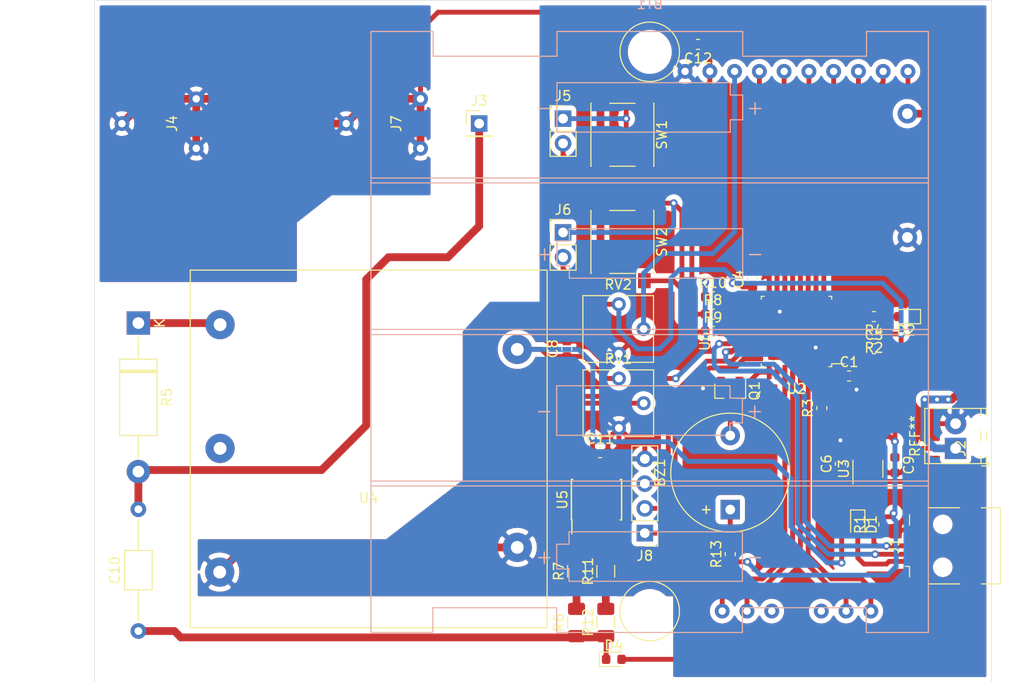
<source format=kicad_pcb>
(kicad_pcb (version 20171130) (host pcbnew "(5.1.0)-1")
  (layers (0 F.Cu signal) (31 B.Cu signal) (34 B.Paste user) (35 F.Paste user) (36 B.SilkS user hide) (37 F.SilkS user) (38 B.Mask user) (39 F.Mask user) (44 Edge.Cuts user))
  (net 0 "")
  (net 1 GND)
  (net 2 +3V3)
  (net 3 "Net-(C5-Pad1)")
  (net 4 "Net-(C10-Pad2)")
  (net 5 "Net-(C10-Pad1)")
  (net 6 +5V)
  (net 7 "Net-(D2-Pad2)")
  (net 8 /D+)
  (net 9 /D-)
  (net 10 /DB7)
  (net 11 /DB6)
  (net 12 /DB5)
  (net 13 /DB4)
  (net 14 /E)
  (net 15 /R_W)
  (net 16 /RS)
  (net 17 /DB2)
  (net 18 /DB3)
  (net 19 /DB0)
  (net 20 /DB1)
  (net 21 "Net-(R3-Pad2)")
  (net 22 "Net-(R4-Pad2)")
  (net 23 +VDC)
  (net 24 "Net-(R10-Pad1)")
  (net 25 "Net-(RV1-Pad2)")
  (net 26 "Net-(R11-Pad1)")
  (net 27 "Net-(R11-Pad2)")
  (net 28 "Net-(RV2-Pad2)")
  (net 29 /SW1)
  (net 30 /SW2)
  (net 31 "Net-(U5-Pad6)")
  (net 32 "Net-(J5-Pad1)")
  (net 33 "Net-(J6-Pad1)")
  (net 34 "Net-(BZ1-Pad2)")
  (net 35 "Net-(BZ1-Pad1)")
  (net 36 "Net-(Q1-Pad1)")
  (net 37 /COUNTER_OUT)
  (net 38 +6V)
  (net 39 SWCLK)
  (net 40 SWDIO)
  (module Capacitor_THT:C_Axial_L3.8mm_D2.6mm_P12.50mm_Horizontal (layer F.Cu) (at 31.496 125.746 90)
    (fp_text reference C10 (at 6.25 -2.42 90) (layer F.SilkS))
    (fp_text value 100p)
    (pad 2 thru_hole oval (at 12.5 0 90) (size 1.6 1.6) (drill 0.8) (layers *.Cu *.Mask) (net 4 "Net-(C10-Pad2)"))
    (pad 1 thru_hole circle (at 0 0 90) (size 1.6 1.6) (drill 0.8) (layers *.Cu *.Mask) (net 5 "Net-(C10-Pad1)"))
  )
  (module Connector_PinHeader_2.54mm:PinHeader_1x04_P2.54mm_Vertical (layer F.Cu) (at 83.439 115.697 180)
    (fp_text reference J8 (at 0 -2.33 180) (layer F.SilkS))
    (fp_text value Conn_01x04_Male)
    (pad 4 thru_hole oval (at 0 7.62 180) (size 1.7 1.7) (drill 1) (layers *.Cu *.Mask) (net 1 GND))
    (pad 3 thru_hole oval (at 0 5.08 180) (size 1.7 1.7) (drill 1) (layers *.Cu *.Mask) (net 40 SWDIO))
    (pad 2 thru_hole oval (at 0 2.54 180) (size 1.7 1.7) (drill 1) (layers *.Cu *.Mask) (net 39 SWCLK))
    (pad 1 thru_hole rect (at 0 0 180) (size 1.7 1.7) (drill 1) (layers *.Cu *.Mask) (net 2 +3V3))
  )
  (module MK_Footprints:LCD_NHD_0108CZ (layer F.Cu) (at 99 96 270)
    (fp_text reference U6 (at 0 9.4 270) (layer F.SilkS))
    (fp_text value LCD_NHD-0108CZ)
    (pad 15 thru_hole circle (at 27.7 -2.54 270) (size 1.524 1.524) (drill 0.762) (layers *.Cu *.Mask))
    (pad 13 thru_hole circle (at 27.7 -5.08 270) (size 1.524 1.524) (drill 0.762) (layers *.Cu *.Mask) (net 17 /DB2))
    (pad 14 thru_hole circle (at 27.7 -7.62 270) (size 1.524 1.524) (drill 0.762) (layers *.Cu *.Mask) (net 18 /DB3))
    (pad 16 thru_hole circle (at 27.7 2.54 270) (size 1.524 1.524) (drill 0.762) (layers *.Cu *.Mask))
    (pad 12 thru_hole circle (at 27.7 5.08 270) (size 1.524 1.524) (drill 0.762) (layers *.Cu *.Mask) (net 20 /DB1))
    (pad 11 thru_hole circle (at 27.7 7.62 270) (size 1.524 1.524) (drill 0.762) (layers *.Cu *.Mask) (net 19 /DB0))
    (pad 10 thru_hole circle (at -27.7 -11.43 270) (size 1.524 1.524) (drill 0.762) (layers *.Cu *.Mask) (net 10 /DB7))
    (pad 9 thru_hole circle (at -27.7 -8.89 270) (size 1.524 1.524) (drill 0.762) (layers *.Cu *.Mask) (net 11 /DB6))
    (pad 8 thru_hole circle (at -27.7 -6.35 270) (size 1.524 1.524) (drill 0.762) (layers *.Cu *.Mask) (net 12 /DB5))
    (pad 7 thru_hole circle (at -27.7 -3.81 270) (size 1.524 1.524) (drill 0.762) (layers *.Cu *.Mask) (net 13 /DB4))
    (pad 6 thru_hole circle (at -27.7 -1.27 270) (size 1.524 1.524) (drill 0.762) (layers *.Cu *.Mask) (net 14 /E))
    (pad 5 thru_hole circle (at -27.7 1.27 270) (size 1.524 1.524) (drill 0.762) (layers *.Cu *.Mask) (net 15 /R_W))
    (pad 4 thru_hole circle (at -27.7 3.81 270) (size 1.524 1.524) (drill 0.762) (layers *.Cu *.Mask) (net 16 /RS))
    (pad 3 thru_hole circle (at -27.7 6.35 270) (size 1.524 1.524) (drill 0.762) (layers *.Cu *.Mask) (net 28 "Net-(RV2-Pad2)"))
    (pad 2 thru_hole circle (at -27.7 8.89 270) (size 1.524 1.524) (drill 0.762) (layers *.Cu *.Mask) (net 2 +3V3))
    (pad 1 thru_hole circle (at -27.7 11.43 270) (size 1.524 1.524) (drill 0.762) (layers *.Cu *.Mask) (net 1 GND))
  )
  (module MK_Footprints:BatteryHolder_Keystone_2477_4xAA (layer B.Cu) (at 83.955 94.996)
    (fp_text reference BT1 (at 0 -33.6) (layer B.SilkS) (effects (justify mirror)))
    (fp_text value Battery)
    (fp_text user + (at 10.795 -22.995 -180) (layer B.SilkS) (effects (font (size 1.5 1.5)) (justify mirror)))
    (fp_text user + (at -10.795 -8.005 -180) (layer B.SilkS) (effects (font (size 1.5 1.5)) (justify mirror)))
    (fp_text user - (at -10.795 -22.995 -180) (layer B.SilkS) (effects (font (size 1.5 1.5)) (justify mirror)))
    (fp_text user - (at 10.795 -8.005 -180) (layer B.SilkS) (effects (font (size 1.5 1.5)) (justify mirror)))
    (fp_text user + (at 10.765 8.115) (layer B.SilkS) (effects (font (size 1.5 1.5)) (justify mirror)))
    (fp_text user + (at -10.825 23.105) (layer B.SilkS) (effects (font (size 1.5 1.5)) (justify mirror)))
    (fp_text user - (at 10.765 23.105) (layer B.SilkS) (effects (font (size 1.5 1.5)) (justify mirror)))
    (fp_text user - (at -10.825 8.115) (layer B.SilkS) (effects (font (size 1.5 1.5)) (justify mirror)))
    (pad 2 thru_hole circle (at 26.42 -9.65) (size 2 2) (drill 1.1) (layers *.Cu *.Mask) (net 1 GND))
    (pad 1 thru_hole circle (at 26.42 -22.35) (size 2 2) (drill 1.1) (layers *.Cu *.Mask) (net 38 +6V))
    (pad "" np_thru_hole circle (at 0 -28.7) (size 3.5 3.5) (drill 3.5) (layers *.Cu *.Mask))
    (pad "" np_thru_hole circle (at 0 28.7) (size 3.5 3.5) (drill 3.5) (layers *.Cu *.Mask))
  )
  (module Button_Switch_SMD:SW_SPST_PTS645 (layer F.Cu) (at 81.143 74.808 270)
    (fp_text reference SW1 (at 0 -4.05 270) (layer F.SilkS))
    (fp_text value SW_Push)
    (pad 2 smd rect (at 3.98 2.25 270) (size 1.55 1.3) (layers F.Cu F.Paste F.Mask) (net 2 +3V3))
    (pad 1 smd rect (at 3.98 -2.25 270) (size 1.55 1.3) (layers F.Cu F.Paste F.Mask) (net 32 "Net-(J5-Pad1)"))
    (pad 1 smd rect (at -3.98 -2.25 270) (size 1.55 1.3) (layers F.Cu F.Paste F.Mask) (net 32 "Net-(J5-Pad1)"))
    (pad 2 smd rect (at -3.98 2.25 270) (size 1.55 1.3) (layers F.Cu F.Paste F.Mask) (net 2 +3V3))
  )
  (module Connector_PinHeader_2.54mm:PinHeader_1x01_P2.54mm_Vertical (layer F.Cu) (at 66.452 73.66)
    (fp_text reference J3 (at 0 -2.33) (layer F.SilkS))
    (fp_text value Conn_01x01_Female)
    (pad 1 thru_hole rect (at 0 0) (size 1.7 1.7) (drill 1) (layers *.Cu *.Mask) (net 4 "Net-(C10-Pad2)"))
  )
  (module MK_Footprints:54_keystone_16-19mm (layer F.Cu) (at 57.452 73.66 90)
    (fp_text reference J7 (at 0 0.5 90) (layer F.SilkS))
    (fp_text value Conn_01x01_Female)
    (pad 1 thru_hole circle (at 0 -4.64 90) (size 1.524 1.524) (drill 0.762) (layers *.Cu *.Mask) (net 1 GND))
    (pad 1 thru_hole circle (at 2.54 2.98 90) (size 1.524 1.524) (drill 0.762) (layers *.Cu *.Mask) (net 1 GND))
    (pad 1 thru_hole circle (at -2.54 2.98 90) (size 1.524 1.524) (drill 0.762) (layers *.Cu *.Mask) (net 1 GND))
  )
  (module MK_Footprints:54_keystone_16-19mm (layer F.Cu) (at 34.452 73.66 90)
    (fp_text reference J4 (at 0 0.5 90) (layer F.SilkS))
    (fp_text value Conn_01x01_Female)
    (pad 1 thru_hole circle (at 0 -4.64 90) (size 1.524 1.524) (drill 0.762) (layers *.Cu *.Mask) (net 1 GND))
    (pad 1 thru_hole circle (at 2.54 2.98 90) (size 1.524 1.524) (drill 0.762) (layers *.Cu *.Mask) (net 1 GND))
    (pad 1 thru_hole circle (at -2.54 2.98 90) (size 1.524 1.524) (drill 0.762) (layers *.Cu *.Mask) (net 1 GND))
  )
  (module Diode_SMD:D_0603_1608Metric (layer F.Cu) (at 80.264 128.651)
    (fp_text reference D4 (at 0 -1.43) (layer F.SilkS))
    (fp_text value D_TVS)
    (pad 2 smd roundrect (at 0.7875 0) (size 0.875 0.95) (layers F.Cu F.Paste F.Mask) (net 1 GND))
    (pad 1 smd roundrect (at -0.7875 0) (size 0.875 0.95) (layers F.Cu F.Paste F.Mask) (net 5 "Net-(C10-Pad1)"))
  )
  (module Resistor_SMD:R_0603_1608Metric (layer F.Cu) (at 92.202 117.856 90)
    (fp_text reference R13 (at 0 -1.43 90) (layer F.SilkS))
    (fp_text value 240)
    (pad 2 smd roundrect (at 0.7875 0 90) (size 0.875 0.95) (layers F.Cu F.Paste F.Mask) (net 35 "Net-(BZ1-Pad1)"))
    (pad 1 smd roundrect (at -0.7875 0 90) (size 0.875 0.95) (layers F.Cu F.Paste F.Mask) (net 2 +3V3))
  )
  (module Package_TO_SOT_SMD:SOT-23 (layer F.Cu) (at 92.202 101.092 270)
    (fp_text reference Q1 (at 0 -2.5 270) (layer F.SilkS))
    (fp_text value BC846)
    (pad 3 smd rect (at 1 0 270) (size 0.9 0.8) (layers F.Cu F.Paste F.Mask) (net 34 "Net-(BZ1-Pad2)"))
    (pad 2 smd rect (at -1 0.95 270) (size 0.9 0.8) (layers F.Cu F.Paste F.Mask) (net 1 GND))
    (pad 1 smd rect (at -1 -0.95 270) (size 0.9 0.8) (layers F.Cu F.Paste F.Mask) (net 36 "Net-(Q1-Pad1)"))
  )
  (module Buzzer_Beeper:Buzzer_12x9.5RM7.6 (layer F.Cu) (at 92.202 113.284 90)
    (fp_text reference BZ1 (at 3.8 -7.2 90) (layer F.SilkS))
    (fp_text value Buzzer)
    (fp_text user + (at -0.01 -2.54 90) (layer F.SilkS))
    (pad 2 thru_hole circle (at 7.6 0 90) (size 2 2) (drill 1) (layers *.Cu *.Mask) (net 34 "Net-(BZ1-Pad2)"))
    (pad 1 thru_hole rect (at 0 0 90) (size 2 2) (drill 1) (layers *.Cu *.Mask) (net 35 "Net-(BZ1-Pad1)"))
  )
  (module Resistor_SMD:R_0603_1608Metric (layer F.Cu) (at 90.424 91.44)
    (fp_text reference R10 (at 0 -1.43) (layer F.SilkS))
    (fp_text value R)
    (pad 2 smd roundrect (at 0.7875 0) (size 0.875 0.95) (layers F.Cu F.Paste F.Mask) (net 37 /COUNTER_OUT))
    (pad 1 smd roundrect (at -0.7875 0) (size 0.875 0.95) (layers F.Cu F.Paste F.Mask) (net 24 "Net-(R10-Pad1)"))
  )
  (module Connector_PinHeader_2.54mm:PinHeader_1x02_P2.54mm_Vertical (layer F.Cu) (at 75.057 84.836)
    (fp_text reference J6 (at 0 -2.33) (layer F.SilkS))
    (fp_text value Conn_01x02_Male)
    (pad 2 thru_hole oval (at 0 2.54) (size 1.7 1.7) (drill 1) (layers *.Cu *.Mask) (net 2 +3V3))
    (pad 1 thru_hole rect (at 0 0) (size 1.7 1.7) (drill 1) (layers *.Cu *.Mask) (net 33 "Net-(J6-Pad1)"))
  )
  (module Connector_PinHeader_2.54mm:PinHeader_1x02_P2.54mm_Vertical (layer F.Cu) (at 75.057 73.152)
    (fp_text reference J5 (at 0 -2.33) (layer F.SilkS))
    (fp_text value Conn_01x02_Male)
    (pad 2 thru_hole oval (at 0 2.54) (size 1.7 1.7) (drill 1) (layers *.Cu *.Mask) (net 2 +3V3))
    (pad 1 thru_hole rect (at 0 0) (size 1.7 1.7) (drill 1) (layers *.Cu *.Mask) (net 32 "Net-(J5-Pad1)"))
  )
  (module Button_Switch_SMD:SW_SPST_PTS645 (layer F.Cu) (at 81.143 85.808 270)
    (fp_text reference SW2 (at 0 -4.05 270) (layer F.SilkS))
    (fp_text value SW_Push)
    (pad 2 smd rect (at 3.98 2.25 270) (size 1.55 1.3) (layers F.Cu F.Paste F.Mask) (net 2 +3V3))
    (pad 1 smd rect (at 3.98 -2.25 270) (size 1.55 1.3) (layers F.Cu F.Paste F.Mask) (net 33 "Net-(J6-Pad1)"))
    (pad 1 smd rect (at -3.98 -2.25 270) (size 1.55 1.3) (layers F.Cu F.Paste F.Mask) (net 33 "Net-(J6-Pad1)"))
    (pad 2 smd rect (at -3.98 2.25 270) (size 1.55 1.3) (layers F.Cu F.Paste F.Mask) (net 2 +3V3))
  )
  (module Resistor_SMD:R_1206_3216Metric (layer F.Cu) (at 79.438 124.873 90)
    (fp_text reference R12 (at 0 -1.82 90) (layer F.SilkS))
    (fp_text value 0)
    (pad 2 smd roundrect (at 1.4 0 90) (size 1.25 1.75) (layers F.Cu F.Paste F.Mask) (roundrect_rratio 0.2) (net 26 "Net-(R11-Pad1)"))
    (pad 1 smd roundrect (at -1.4 0 90) (size 1.25 1.75) (layers F.Cu F.Paste F.Mask) (roundrect_rratio 0.2) (net 5 "Net-(C10-Pad1)"))
  )
  (module Resistor_SMD:R_0603_1608Metric (layer F.Cu) (at 90.424 94.996)
    (fp_text reference R9 (at 0 -1.43) (layer F.SilkS))
    (fp_text value 240)
    (pad 2 smd roundrect (at 0.7875 0) (size 0.875 0.95) (layers F.Cu F.Paste F.Mask) (net 30 /SW2))
    (pad 1 smd roundrect (at -0.7875 0) (size 0.875 0.95) (layers F.Cu F.Paste F.Mask) (net 33 "Net-(J6-Pad1)"))
  )
  (module Resistor_SMD:R_0603_1608Metric (layer F.Cu) (at 90.424 93.218)
    (fp_text reference R8 (at 0 -1.43) (layer F.SilkS))
    (fp_text value 240)
    (pad 2 smd roundrect (at 0.7875 0) (size 0.875 0.95) (layers F.Cu F.Paste F.Mask) (net 29 /SW1))
    (pad 1 smd roundrect (at -0.7875 0) (size 0.875 0.95) (layers F.Cu F.Paste F.Mask) (net 32 "Net-(J5-Pad1)"))
  )
  (module Capacitor_SMD:C_0603_1608Metric (layer F.Cu) (at 88.9 65.532 180)
    (fp_text reference C12 (at 0 -1.43 180) (layer F.SilkS))
    (fp_text value 100n)
    (pad 2 smd roundrect (at 0.7875 0 180) (size 0.875 0.95) (layers F.Cu F.Paste F.Mask) (net 1 GND))
    (pad 1 smd roundrect (at -0.7875 0 180) (size 0.875 0.95) (layers F.Cu F.Paste F.Mask) (net 2 +3V3))
  )
  (module Potentiometer_THT:Potentiometer_Vishay_T73YP_Vertical (layer F.Cu) (at 80.772 97.282)
    (fp_text reference RV2 (at -0.06 -7.09) (layer F.SilkS))
    (fp_text value R_POT)
    (pad 1 thru_hole circle (at 0 0) (size 1.44 1.44) (drill 0.8) (layers *.Cu *.Mask) (net 1 GND))
    (pad 2 thru_hole circle (at 2.54 -2.54) (size 1.44 1.44) (drill 0.8) (layers *.Cu *.Mask) (net 28 "Net-(RV2-Pad2)"))
    (pad 3 thru_hole circle (at 0 -5.08) (size 1.44 1.44) (drill 0.8) (layers *.Cu *.Mask) (net 2 +3V3))
  )
  (module Resistor_SMD:R_1206_3216Metric (layer F.Cu) (at 79.438 119.617 90)
    (fp_text reference R11 (at 0 -1.82 90) (layer F.SilkS))
    (fp_text value 200k)
    (pad 2 smd roundrect (at 1.4 0 90) (size 1.25 1.75) (layers F.Cu F.Paste F.Mask) (roundrect_rratio 0.2) (net 27 "Net-(R11-Pad2)"))
    (pad 1 smd roundrect (at -1.4 0 90) (size 1.25 1.75) (layers F.Cu F.Paste F.Mask) (roundrect_rratio 0.2) (net 26 "Net-(R11-Pad1)"))
  )
  (module MK_Footprints:TerminalBlock_Phoenix_MPT-0,5-2-2.54_1x02_P2.54mm_Horizontal (layer F.Cu) (at 115.316 107 90)
    (fp_text reference J2 (at 0 0.5 90) (layer F.SilkS))
    (fp_text value "Vin +12")
    (fp_text user REF** (at 1.27 -4.16 90) (layer F.SilkS))
    (pad "" np_thru_hole circle (at 2.54 2.54 90) (size 1.1 1.1) (drill 1.1) (layers *.Cu *.Mask))
    (pad 2 thru_hole circle (at 2.54 0 90) (size 2.2 2.2) (drill 1.1) (layers *.Cu *.Mask) (net 1 GND))
    (pad 1 thru_hole rect (at 0 0 90) (size 2.2 2.2) (drill 1.1) (layers *.Cu *.Mask) (net 38 +6V))
    (pad "" np_thru_hole circle (at 0 2.54 90) (size 1.1 1.1) (drill 1.1) (layers *.Cu *.Mask))
  )
  (module Package_SO:SOIC-8_3.9x4.9mm_P1.27mm (layer F.Cu) (at 78.486 112.268 90)
    (fp_text reference U5 (at 0 -3.5 90) (layer F.SilkS))
    (fp_text value TL072)
    (pad 8 smd rect (at 2.7 -1.905 90) (size 1.55 0.6) (layers F.Cu F.Paste F.Mask) (net 38 +6V))
    (pad 7 smd rect (at 2.7 -0.635 90) (size 1.55 0.6) (layers F.Cu F.Paste F.Mask) (net 31 "Net-(U5-Pad6)"))
    (pad 6 smd rect (at 2.7 0.635 90) (size 1.55 0.6) (layers F.Cu F.Paste F.Mask) (net 31 "Net-(U5-Pad6)"))
    (pad 5 smd rect (at 2.7 1.905 90) (size 1.55 0.6) (layers F.Cu F.Paste F.Mask))
    (pad 4 smd rect (at -2.7 1.905 90) (size 1.55 0.6) (layers F.Cu F.Paste F.Mask) (net 1 GND))
    (pad 3 smd rect (at -2.7 0.635 90) (size 1.55 0.6) (layers F.Cu F.Paste F.Mask) (net 27 "Net-(R11-Pad2)"))
    (pad 2 smd rect (at -2.7 -0.635 90) (size 1.55 0.6) (layers F.Cu F.Paste F.Mask) (net 25 "Net-(RV1-Pad2)"))
    (pad 1 smd rect (at -2.7 -1.905 90) (size 1.55 0.6) (layers F.Cu F.Paste F.Mask) (net 24 "Net-(R10-Pad1)"))
  )
  (module Potentiometer_THT:Potentiometer_Vishay_T73YP_Vertical (layer F.Cu) (at 80.782 104.902)
    (fp_text reference RV1 (at -0.06 -7.09) (layer F.SilkS))
    (fp_text value R_POT)
    (pad 1 thru_hole circle (at 0 0) (size 1.44 1.44) (drill 0.8) (layers *.Cu *.Mask) (net 1 GND))
    (pad 2 thru_hole circle (at 2.54 -2.54) (size 1.44 1.44) (drill 0.8) (layers *.Cu *.Mask) (net 25 "Net-(RV1-Pad2)"))
    (pad 3 thru_hole circle (at 0 -5.08) (size 1.44 1.44) (drill 0.8) (layers *.Cu *.Mask) (net 38 +6V))
  )
  (module Resistor_SMD:R_1206_3216Metric (layer F.Cu) (at 76.438 119.617 90)
    (fp_text reference R7 (at 0 -1.82 90) (layer F.SilkS))
    (fp_text value 200k)
    (pad 2 smd roundrect (at 1.4 0 90) (size 1.25 1.75) (layers F.Cu F.Paste F.Mask) (roundrect_rratio 0.2) (net 1 GND))
    (pad 1 smd roundrect (at -1.4 0 90) (size 1.25 1.75) (layers F.Cu F.Paste F.Mask) (roundrect_rratio 0.2) (net 26 "Net-(R11-Pad1)"))
  )
  (module Resistor_SMD:R_1206_3216Metric (layer F.Cu) (at 76.438 124.873 90)
    (fp_text reference R6 (at 0 -1.82 90) (layer F.SilkS))
    (fp_text value 1M)
    (pad 2 smd roundrect (at 1.4 0 90) (size 1.25 1.75) (layers F.Cu F.Paste F.Mask) (roundrect_rratio 0.2) (net 26 "Net-(R11-Pad1)"))
    (pad 1 smd roundrect (at -1.4 0 90) (size 1.25 1.75) (layers F.Cu F.Paste F.Mask) (roundrect_rratio 0.2) (net 5 "Net-(C10-Pad1)"))
  )
  (module Package_QFP:LQFP-32_7x7mm_P0.8mm (layer F.Cu) (at 99 95 180)
    (fp_text reference U2 (at 0 -5.88 180) (layer F.SilkS))
    (fp_text value STM32L412K8Tx)
    (pad 32 smd roundrect (at -2.8 -4.175 180) (size 0.5 1.5) (layers F.Cu F.Paste F.Mask) (net 1 GND))
    (pad 31 smd roundrect (at -2 -4.175 180) (size 0.5 1.5) (layers F.Cu F.Paste F.Mask) (net 21 "Net-(R3-Pad2)"))
    (pad 30 smd roundrect (at -1.2 -4.175 180) (size 0.5 1.5) (layers F.Cu F.Paste F.Mask) (net 18 /DB3))
    (pad 29 smd roundrect (at -0.4 -4.175 180) (size 0.5 1.5) (layers F.Cu F.Paste F.Mask) (net 17 /DB2))
    (pad 28 smd roundrect (at 0.4 -4.175 180) (size 0.5 1.5) (layers F.Cu F.Paste F.Mask) (net 20 /DB1))
    (pad 27 smd roundrect (at 1.2 -4.175 180) (size 0.5 1.5) (layers F.Cu F.Paste F.Mask) (net 19 /DB0))
    (pad 26 smd roundrect (at 2 -4.175 180) (size 0.5 1.5) (layers F.Cu F.Paste F.Mask))
    (pad 25 smd roundrect (at 2.8 -4.175 180) (size 0.5 1.5) (layers F.Cu F.Paste F.Mask) (net 36 "Net-(Q1-Pad1)"))
    (pad 24 smd roundrect (at 4.175 -2.8 180) (size 1.5 0.5) (layers F.Cu F.Paste F.Mask) (net 39 SWCLK))
    (pad 23 smd roundrect (at 4.175 -2 180) (size 1.5 0.5) (layers F.Cu F.Paste F.Mask) (net 40 SWDIO))
    (pad 22 smd roundrect (at 4.175 -1.2 180) (size 1.5 0.5) (layers F.Cu F.Paste F.Mask) (net 8 /D+))
    (pad 21 smd roundrect (at 4.175 -0.4 180) (size 1.5 0.5) (layers F.Cu F.Paste F.Mask) (net 9 /D-))
    (pad 20 smd roundrect (at 4.175 0.4 180) (size 1.5 0.5) (layers F.Cu F.Paste F.Mask) (net 30 /SW2))
    (pad 19 smd roundrect (at 4.175 1.2 180) (size 1.5 0.5) (layers F.Cu F.Paste F.Mask) (net 29 /SW1))
    (pad 18 smd roundrect (at 4.175 2 180) (size 1.5 0.5) (layers F.Cu F.Paste F.Mask) (net 37 /COUNTER_OUT))
    (pad 17 smd roundrect (at 4.175 2.8 180) (size 1.5 0.5) (layers F.Cu F.Paste F.Mask) (net 2 +3V3))
    (pad 16 smd roundrect (at 2.8 4.175 180) (size 0.5 1.5) (layers F.Cu F.Paste F.Mask) (net 1 GND))
    (pad 15 smd roundrect (at 2 4.175 180) (size 0.5 1.5) (layers F.Cu F.Paste F.Mask) (net 16 /RS))
    (pad 14 smd roundrect (at 1.2 4.175 180) (size 0.5 1.5) (layers F.Cu F.Paste F.Mask) (net 15 /R_W))
    (pad 13 smd roundrect (at 0.4 4.175 180) (size 0.5 1.5) (layers F.Cu F.Paste F.Mask) (net 14 /E))
    (pad 12 smd roundrect (at -0.4 4.175 180) (size 0.5 1.5) (layers F.Cu F.Paste F.Mask) (net 13 /DB4))
    (pad 11 smd roundrect (at -1.2 4.175 180) (size 0.5 1.5) (layers F.Cu F.Paste F.Mask) (net 12 /DB5))
    (pad 10 smd roundrect (at -2 4.175 180) (size 0.5 1.5) (layers F.Cu F.Paste F.Mask) (net 11 /DB6))
    (pad 9 smd roundrect (at -2.8 4.175 180) (size 0.5 1.5) (layers F.Cu F.Paste F.Mask) (net 10 /DB7))
    (pad 8 smd roundrect (at -4.175 2.8 180) (size 1.5 0.5) (layers F.Cu F.Paste F.Mask))
    (pad 7 smd roundrect (at -4.175 2 180) (size 1.5 0.5) (layers F.Cu F.Paste F.Mask))
    (pad 6 smd roundrect (at -4.175 1.2 180) (size 1.5 0.5) (layers F.Cu F.Paste F.Mask) (net 22 "Net-(R4-Pad2)"))
    (pad 5 smd roundrect (at -4.175 0.4 180) (size 1.5 0.5) (layers F.Cu F.Paste F.Mask) (net 2 +3V3))
    (pad 4 smd roundrect (at -4.175 -0.4 180) (size 1.5 0.5) (layers F.Cu F.Paste F.Mask) (net 3 "Net-(C5-Pad1)"))
    (pad 3 smd roundrect (at -4.175 -1.2 180) (size 1.5 0.5) (layers F.Cu F.Paste F.Mask))
    (pad 2 smd roundrect (at -4.175 -2 180) (size 1.5 0.5) (layers F.Cu F.Paste F.Mask))
    (pad 1 smd roundrect (at -4.175 -2.8 180) (size 1.5 0.5) (layers F.Cu F.Paste F.Mask) (net 2 +3V3))
  )
  (module Diode_THT:D_DO-15_P15.24mm_Horizontal (layer F.Cu) (at 31.496 94.138 270)
    (fp_text reference R5 (at 7.62 -2.92 270) (layer F.SilkS))
    (fp_text value 100M)
    (fp_text user K (at 0 -2.2 270) (layer F.SilkS))
    (pad 2 thru_hole oval (at 15.24 0 270) (size 2.4 2.4) (drill 1.2) (layers *.Cu *.Mask) (net 4 "Net-(C10-Pad2)"))
    (pad 1 thru_hole rect (at 0 0 270) (size 2.4 2.4) (drill 1.2) (layers *.Cu *.Mask) (net 23 +VDC))
  )
  (module Connector_USB:USB_Mini-B_Lumberg_2486_01_Horizontal (layer F.Cu) (at 114 117 90)
    (fp_text reference J1 (at 0 -5 90) (layer F.SilkS))
    (fp_text value USB_B_Mini)
    (pad "" np_thru_hole circle (at 2.2 0 90) (size 1 1) (drill 1) (layers *.Cu *.Mask))
    (pad "" np_thru_hole circle (at -2.2 0 90) (size 1 1) (drill 1) (layers *.Cu *.Mask))
    (pad 6 smd rect (at 4.45 2.85 90) (size 2 1.7) (layers F.Cu F.Paste F.Mask) (net 1 GND))
    (pad 6 smd rect (at 4.45 -2.6 90) (size 2 1.7) (layers F.Cu F.Paste F.Mask) (net 1 GND))
    (pad 6 smd rect (at -4.45 2.85 90) (size 2 1.7) (layers F.Cu F.Paste F.Mask) (net 1 GND))
    (pad 6 smd rect (at -4.45 -2.6 90) (size 2 1.7) (layers F.Cu F.Paste F.Mask) (net 1 GND))
    (pad 5 smd rect (at 1.6 -2.7 90) (size 0.5 2) (layers F.Cu F.Paste F.Mask) (net 1 GND))
    (pad 4 smd rect (at 0.8 -2.7 90) (size 0.5 2) (layers F.Cu F.Paste F.Mask))
    (pad 3 smd rect (at 0 -2.7 90) (size 0.5 2) (layers F.Cu F.Paste F.Mask) (net 8 /D+))
    (pad 2 smd rect (at -0.8 -2.7 90) (size 0.5 2) (layers F.Cu F.Paste F.Mask) (net 9 /D-))
    (pad 1 smd rect (at -1.6 -2.7 90) (size 0.5 2) (layers F.Cu F.Paste F.Mask) (net 6 +5V))
  )
  (module LED_SMD:LED_0603_1608Metric (layer F.Cu) (at 110.236 93.472 180)
    (fp_text reference D2 (at 0 -1.43 180) (layer F.SilkS))
    (fp_text value LED)
    (pad 2 smd roundrect (at 0.7875 0 180) (size 0.875 0.95) (layers F.Cu F.Paste F.Mask) (net 7 "Net-(D2-Pad2)"))
    (pad 1 smd roundrect (at -0.7875 0 180) (size 0.875 0.95) (layers F.Cu F.Paste F.Mask) (net 1 GND))
  )
  (module Diode_SMD:D_0603_1608Metric (layer F.Cu) (at 105.283 114.808 270)
    (fp_text reference D1 (at 0 -1.43 270) (layer F.SilkS))
    (fp_text value D)
    (pad 2 smd roundrect (at 0.7875 0 270) (size 0.875 0.95) (layers F.Cu F.Paste F.Mask) (net 6 +5V))
    (pad 1 smd roundrect (at -0.7875 0 270) (size 0.875 0.95) (layers F.Cu F.Paste F.Mask) (net 38 +6V))
  )
  (module MK_Footprints:G40 (layer F.Cu) (at 55.118 107 180)
    (fp_text reference U4 (at 0 -5.1 180) (layer F.SilkS))
    (fp_text value G40)
    (pad 5 thru_hole circle (at 15.24 0 180) (size 3 3) (drill 1.32) (layers *.Cu *.Mask))
    (pad 4 thru_hole circle (at 15.28 -12.7 180) (size 3 3) (drill 1.32) (layers *.Cu *.Mask) (net 1 GND))
    (pad 3 thru_hole circle (at 15.24 12.7 180) (size 3 3) (drill 1.32) (layers *.Cu *.Mask) (net 23 +VDC))
    (pad 2 thru_hole circle (at -15.24 -10.16 180) (size 3 3) (drill 1.32) (layers *.Cu *.Mask) (net 1 GND))
    (pad 1 thru_hole circle (at -15.24 10.16 180) (size 3 3) (drill 1.32) (layers *.Cu *.Mask) (net 38 +6V))
  )
  (module Package_TO_SOT_SMD:TSOT-23-5 (layer F.Cu) (at 106.299 109.093 90)
    (fp_text reference U3 (at 0 -2.45 90) (layer F.SilkS))
    (fp_text value NCP718BSN330T1G)
    (pad 5 smd rect (at 1.31 -0.95 90) (size 1.22 0.65) (layers F.Cu F.Paste F.Mask) (net 2 +3V3))
    (pad 4 smd rect (at 1.31 0.95 90) (size 1.22 0.65) (layers F.Cu F.Paste F.Mask))
    (pad 3 smd rect (at -1.31 0.95 90) (size 1.22 0.65) (layers F.Cu F.Paste F.Mask) (net 38 +6V))
    (pad 2 smd rect (at -1.31 0 90) (size 1.22 0.65) (layers F.Cu F.Paste F.Mask) (net 1 GND))
    (pad 1 smd rect (at -1.31 -0.95 90) (size 1.22 0.65) (layers F.Cu F.Paste F.Mask) (net 38 +6V))
  )
  (module Resistor_SMD:R_0603_1608Metric (layer F.Cu) (at 106.934 93.472 180)
    (fp_text reference R4 (at 0 -1.43 180) (layer F.SilkS))
    (fp_text value 240)
    (pad 2 smd roundrect (at 0.7875 0 180) (size 0.875 0.95) (layers F.Cu F.Paste F.Mask) (net 22 "Net-(R4-Pad2)"))
    (pad 1 smd roundrect (at -0.7875 0 180) (size 0.875 0.95) (layers F.Cu F.Paste F.Mask) (net 7 "Net-(D2-Pad2)"))
  )
  (module Resistor_SMD:R_0603_1608Metric (layer F.Cu) (at 101.6 102.87 90)
    (fp_text reference R3 (at 0 -1.43 90) (layer F.SilkS))
    (fp_text value 100k)
    (pad 2 smd roundrect (at 0.7875 0 90) (size 0.875 0.95) (layers F.Cu F.Paste F.Mask) (net 21 "Net-(R3-Pad2)"))
    (pad 1 smd roundrect (at -0.7875 0 90) (size 0.875 0.95) (layers F.Cu F.Paste F.Mask) (net 1 GND))
  )
  (module Resistor_SMD:R_0603_1608Metric (layer F.Cu) (at 106.934 95.25 180)
    (fp_text reference R2 (at 0 -1.43 180) (layer F.SilkS))
    (fp_text value 100k)
    (pad 2 smd roundrect (at 0.7875 0 180) (size 0.875 0.95) (layers F.Cu F.Paste F.Mask) (net 3 "Net-(C5-Pad1)"))
    (pad 1 smd roundrect (at -0.7875 0 180) (size 0.875 0.95) (layers F.Cu F.Paste F.Mask) (net 2 +3V3))
  )
  (module Resistor_SMD:R_0603_1608Metric (layer F.Cu) (at 106.934 114.808 90)
    (fp_text reference R1 (at 0 -1.43 90) (layer F.SilkS))
    (fp_text value 1.5k)
    (pad 2 smd roundrect (at 0.7875 0 90) (size 0.875 0.95) (layers F.Cu F.Paste F.Mask) (net 2 +3V3))
    (pad 1 smd roundrect (at -0.7875 0 90) (size 0.875 0.95) (layers F.Cu F.Paste F.Mask) (net 8 /D+))
  )
  (module Capacitor_SMD:C_0603_1608Metric (layer F.Cu) (at 78.867 107.442)
    (fp_text reference C11 (at 0 -1.43) (layer F.SilkS))
    (fp_text value 100n)
    (pad 2 smd roundrect (at 0.7875 0) (size 0.875 0.95) (layers F.Cu F.Paste F.Mask) (net 1 GND))
    (pad 1 smd roundrect (at -0.7875 0) (size 0.875 0.95) (layers F.Cu F.Paste F.Mask) (net 38 +6V))
  )
  (module Capacitor_SMD:C_0603_1608Metric (layer F.Cu) (at 109.093 108.712 270)
    (fp_text reference C9 (at 0 -1.43 270) (layer F.SilkS))
    (fp_text value 100n)
    (pad 2 smd roundrect (at 0.7875 0 270) (size 0.875 0.95) (layers F.Cu F.Paste F.Mask) (net 1 GND))
    (pad 1 smd roundrect (at -0.7875 0 270) (size 0.875 0.95) (layers F.Cu F.Paste F.Mask) (net 2 +3V3))
  )
  (module Capacitor_SMD:C_0603_1608Metric (layer F.Cu) (at 75.438 96.774 90)
    (fp_text reference C8 (at 0 -1.43 90) (layer F.SilkS))
    (fp_text value C)
    (pad 2 smd roundrect (at 0.7875 0 90) (size 0.875 0.95) (layers F.Cu F.Paste F.Mask) (net 1 GND))
    (pad 1 smd roundrect (at -0.7875 0 90) (size 0.875 0.95) (layers F.Cu F.Paste F.Mask) (net 38 +6V))
  )
  (module Capacitor_SMD:C_0603_1608Metric (layer F.Cu) (at 103.505 108.585 90)
    (fp_text reference C6 (at 0 -1.43 90) (layer F.SilkS))
    (fp_text value 100n)
    (pad 2 smd roundrect (at 0.7875 0 90) (size 0.875 0.95) (layers F.Cu F.Paste F.Mask) (net 1 GND))
    (pad 1 smd roundrect (at -0.7875 0 90) (size 0.875 0.95) (layers F.Cu F.Paste F.Mask) (net 38 +6V))
  )
  (module Capacitor_SMD:C_0603_1608Metric (layer F.Cu) (at 106.934 96.774)
    (fp_text reference C5 (at 0 -1.43) (layer F.SilkS))
    (fp_text value 100n)
    (pad 2 smd roundrect (at 0.7875 0) (size 0.875 0.95) (layers F.Cu F.Paste F.Mask) (net 1 GND))
    (pad 1 smd roundrect (at -0.7875 0) (size 0.875 0.95) (layers F.Cu F.Paste F.Mask) (net 3 "Net-(C5-Pad1)"))
  )
  (module Capacitor_SMD:C_0603_1608Metric (layer F.Cu) (at 94.488 89.6365 90)
    (fp_text reference C4 (at 0 -1.43 90) (layer F.SilkS))
    (fp_text value 100n)
    (pad 2 smd roundrect (at 0.7875 0 90) (size 0.875 0.95) (layers F.Cu F.Paste F.Mask) (net 1 GND))
    (pad 1 smd roundrect (at -0.7875 0 90) (size 0.875 0.95) (layers F.Cu F.Paste F.Mask) (net 2 +3V3))
  )
  (module Capacitor_SMD:C_0603_1608Metric (layer F.Cu) (at 104.394 99.568)
    (fp_text reference C1 (at 0 -1.43) (layer F.SilkS))
    (fp_text value 100n)
    (pad 2 smd roundrect (at 0.7875 0) (size 0.875 0.95) (layers F.Cu F.Paste F.Mask) (net 1 GND))
    (pad 1 smd roundrect (at -0.7875 0) (size 0.875 0.95) (layers F.Cu F.Paste F.Mask) (net 2 +3V3))
  )
  (gr_circle (center 83.945 123.698) (end 86.995 123.698) (layer F.SilkS) (width 0.12))
  (gr_circle (center 83.945 66.294) (end 86.995 66.294) (layer F.SilkS) (width 0.12))
  (gr_line (start 27 131) (end 27 61) (layer Edge.Cuts) (width 0.05))
  (gr_line (start 119 131) (end 27 131) (layer Edge.Cuts) (width 0.05))
  (gr_line (start 119 61) (end 119 131) (layer Edge.Cuts) (width 0.05))
  (gr_line (start 27 61) (end 119 61) (layer Edge.Cuts) (width 0.05))
  (segment (start 41.269 118.269) (end 39.838 119.7) (width 0.8) (layer F.Cu) (net 1))
  (segment (start 42.378 117.16) (end 41.269 118.269) (width 0.8) (layer F.Cu) (net 1))
  (segment (start 70.358 117.16) (end 42.378 117.16) (width 0.8) (layer F.Cu) (net 1))
  (segment (start 79.763767 104.902) (end 80.782 104.902) (width 0.5) (layer B.Cu) (net 1))
  (segment (start 78.994 104.132233) (end 79.763767 104.902) (width 0.5) (layer B.Cu) (net 1))
  (segment (start 78.994 98.041767) (end 78.994 104.132233) (width 0.5) (layer B.Cu) (net 1))
  (segment (start 79.753767 97.282) (end 78.994 98.041767) (width 0.5) (layer B.Cu) (net 1))
  (segment (start 80.772 97.282) (end 79.753767 97.282) (width 0.5) (layer B.Cu) (net 1))
  (segment (start 96.2 90.825) (end 96.2 91.882) (width 0.5) (layer F.Cu) (net 1))
  (segment (start 101.8 97.482) (end 101.8 99.175) (width 0.5) (layer F.Cu) (net 1))
  (segment (start 96.2 91.882) (end 97.282 92.964) (width 0.5) (layer F.Cu) (net 1))
  (segment (start 32.352 71.12) (end 37.432 71.12) (width 0.8) (layer F.Cu) (net 1))
  (segment (start 29.812 73.66) (end 32.352 71.12) (width 0.8) (layer F.Cu) (net 1))
  (segment (start 37.432 76.2) (end 37.432 71.12) (width 0.8) (layer F.Cu) (net 1))
  (segment (start 52.812 73.66) (end 44.704 73.66) (width 0.8) (layer F.Cu) (net 1))
  (segment (start 42.164 71.12) (end 37.432 71.12) (width 0.8) (layer F.Cu) (net 1))
  (segment (start 44.704 73.66) (end 42.164 71.12) (width 0.8) (layer F.Cu) (net 1))
  (segment (start 60.432 71.12) (end 60.432 76.2) (width 0.8) (layer F.Cu) (net 1))
  (segment (start 55.352 71.12) (end 52.812 73.66) (width 0.8) (layer F.Cu) (net 1))
  (segment (start 60.432 71.12) (end 55.352 71.12) (width 0.8) (layer F.Cu) (net 1))
  (segment (start 105.1815 99.568) (end 105.1815 98.5265) (width 0.5) (layer F.Cu) (net 1))
  (segment (start 105.1815 98.5265) (end 105.41 98.298) (width 0.5) (layer F.Cu) (net 1))
  (segment (start 105.41 98.298) (end 107.442 98.298) (width 0.5) (layer F.Cu) (net 1))
  (segment (start 107.7215 98.0185) (end 107.7215 96.774) (width 0.5) (layer F.Cu) (net 1))
  (segment (start 107.442 98.298) (end 107.7215 98.0185) (width 0.5) (layer F.Cu) (net 1))
  (segment (start 96.2 89.342) (end 96.2 90.825) (width 0.5) (layer F.Cu) (net 1))
  (segment (start 94.488 88.849) (end 95.707 88.849) (width 0.5) (layer F.Cu) (net 1))
  (segment (start 95.707 88.849) (end 96.2 89.342) (width 0.5) (layer F.Cu) (net 1))
  (segment (start 106.299 109.293) (end 106.499 109.093) (width 0.5) (layer F.Cu) (net 1))
  (segment (start 106.299 110.403) (end 106.299 109.293) (width 0.5) (layer F.Cu) (net 1))
  (segment (start 106.499 109.093) (end 107.95 109.093) (width 0.5) (layer F.Cu) (net 1))
  (segment (start 108.3565 109.4995) (end 109.093 109.4995) (width 0.5) (layer F.Cu) (net 1))
  (segment (start 107.95 109.093) (end 108.3565 109.4995) (width 0.5) (layer F.Cu) (net 1))
  (segment (start 80.782 106.852) (end 80.782 104.902) (width 0.5) (layer F.Cu) (net 1))
  (segment (start 79.6545 107.442) (end 80.192 107.442) (width 0.5) (layer F.Cu) (net 1))
  (segment (start 80.192 107.442) (end 80.782 106.852) (width 0.5) (layer F.Cu) (net 1))
  (segment (start 97.282 92.964) (end 100.965 96.647) (width 0.5) (layer F.Cu) (net 1))
  (via (at 97.282 92.964) (size 0.8) (drill 0.4) (layers F.Cu B.Cu) (net 1))
  (segment (start 100.965 96.647) (end 101.8 97.482) (width 0.5) (layer F.Cu) (net 1))
  (via (at 100.965 96.647) (size 0.8) (drill 0.4) (layers F.Cu B.Cu) (net 1))
  (via (at 103.505 106.172) (size 0.8) (drill 0.4) (layers F.Cu B.Cu) (net 1))
  (segment (start 103.505 107.7975) (end 103.505 106.172) (width 0.5) (layer F.Cu) (net 1))
  (via (at 105.156 100.965) (size 0.8) (drill 0.4) (layers F.Cu B.Cu) (net 1))
  (segment (start 105.1815 99.568) (end 105.1815 100.9395) (width 0.5) (layer F.Cu) (net 1))
  (segment (start 105.1815 100.9395) (end 105.156 100.965) (width 0.5) (layer F.Cu) (net 1))
  (segment (start 115.57 99.695) (end 108.839 99.695) (width 0.8) (layer B.Cu) (net 1))
  (segment (start 107.569 100.965) (end 105.156 100.965) (width 0.8) (layer B.Cu) (net 1))
  (segment (start 108.839 99.695) (end 107.569 100.965) (width 0.8) (layer B.Cu) (net 1))
  (segment (start 116.1415 102.078866) (end 116.1415 100.2665) (width 0.8) (layer B.Cu) (net 1))
  (segment (start 115.316 102.904366) (end 116.1415 102.078866) (width 0.8) (layer B.Cu) (net 1))
  (segment (start 115.316 104.46) (end 115.316 102.904366) (width 0.8) (layer B.Cu) (net 1))
  (segment (start 116.1415 100.2665) (end 115.57 99.695) (width 0.8) (layer B.Cu) (net 1))
  (segment (start 110.363 108.8045) (end 110.363 105.156) (width 0.5) (layer F.Cu) (net 1))
  (segment (start 110.363 105.156) (end 111.059 104.46) (width 0.5) (layer F.Cu) (net 1))
  (segment (start 109.668 109.4995) (end 110.363 108.8045) (width 0.5) (layer F.Cu) (net 1))
  (segment (start 109.093 109.4995) (end 109.668 109.4995) (width 0.5) (layer F.Cu) (net 1))
  (segment (start 115.316 104.46) (end 111.059 104.46) (width 0.5) (layer F.Cu) (net 1))
  (segment (start 80.391 116.243) (end 81.534 117.386) (width 0.5) (layer F.Cu) (net 1))
  (segment (start 80.391 114.968) (end 80.391 116.243) (width 0.5) (layer F.Cu) (net 1))
  (segment (start 81.534 117.386) (end 81.534 118.4655) (width 0.5) (layer F.Cu) (net 1))
  (segment (start 88.1125 63.6015) (end 88.1125 65.532) (width 0.5) (layer F.Cu) (net 1))
  (segment (start 86.741 62.23) (end 88.1125 63.6015) (width 0.5) (layer F.Cu) (net 1))
  (segment (start 62.23 62.23) (end 86.741 62.23) (width 0.5) (layer F.Cu) (net 1))
  (segment (start 60.432 71.12) (end 60.432 64.028) (width 0.5) (layer F.Cu) (net 1))
  (segment (start 60.432 64.028) (end 62.23 62.23) (width 0.5) (layer F.Cu) (net 1))
  (via (at 89.408 100.838) (size 0.8) (drill 0.4) (layers F.Cu B.Cu) (net 1))
  (segment (start 91.252 100.092) (end 90.154 100.092) (width 0.5) (layer F.Cu) (net 1))
  (segment (start 90.154 100.092) (end 89.408 100.838) (width 0.5) (layer F.Cu) (net 1))
  (segment (start 81.0515 128.651) (end 87.376 128.651) (width 0.5) (layer F.Cu) (net 1))
  (segment (start 78.893 70.828) (end 78.893 78.788) (width 0.8) (layer F.Cu) (net 2))
  (segment (start 78.893 89.788) (end 78.893 81.828) (width 0.8) (layer F.Cu) (net 2))
  (segment (start 78.893 78.788) (end 78.893 81.828) (width 0.8) (layer F.Cu) (net 2))
  (segment (start 77.743 89.788) (end 78.893 89.788) (width 0.5) (layer F.Cu) (net 2))
  (segment (start 76.266919 89.788) (end 77.743 89.788) (width 0.5) (layer F.Cu) (net 2))
  (segment (start 75.057 88.578081) (end 76.266919 89.788) (width 0.5) (layer F.Cu) (net 2))
  (segment (start 75.057 87.376) (end 75.057 88.578081) (width 0.5) (layer F.Cu) (net 2))
  (segment (start 77.743 78.788) (end 78.893 78.788) (width 0.5) (layer F.Cu) (net 2))
  (segment (start 76.950919 78.788) (end 77.743 78.788) (width 0.5) (layer F.Cu) (net 2))
  (segment (start 75.057 76.894081) (end 76.950919 78.788) (width 0.5) (layer F.Cu) (net 2))
  (segment (start 75.057 75.692) (end 75.057 76.894081) (width 0.5) (layer F.Cu) (net 2))
  (segment (start 103.175 97.8) (end 103.175 98.15) (width 0.5) (layer F.Cu) (net 2))
  (segment (start 103.6065 98.5815) (end 103.175 98.15) (width 0.5) (layer F.Cu) (net 2))
  (segment (start 103.6065 99.568) (end 103.6065 98.5815) (width 0.5) (layer F.Cu) (net 2))
  (segment (start 107.7215 95.25) (end 109.728 95.25) (width 0.5) (layer F.Cu) (net 2))
  (via (at 109.728 95.25) (size 0.8) (drill 0.4) (layers F.Cu B.Cu) (net 2))
  (segment (start 89.6875 66.79987) (end 89.6875 66.6495) (width 0.5) (layer F.Cu) (net 2))
  (segment (start 90.11 67.22237) (end 89.6875 66.79987) (width 0.5) (layer F.Cu) (net 2))
  (segment (start 90.11 68.3) (end 90.11 67.22237) (width 0.5) (layer F.Cu) (net 2))
  (segment (start 89.6875 65.532) (end 89.6875 66.6495) (width 0.5) (layer F.Cu) (net 2))
  (segment (start 94.825 92.2) (end 94.825 91.65) (width 0.5) (layer F.Cu) (net 2))
  (segment (start 94.488 91.313) (end 94.488 90.424) (width 0.5) (layer F.Cu) (net 2))
  (segment (start 94.825 91.65) (end 94.488 91.313) (width 0.5) (layer F.Cu) (net 2))
  (via (at 92.456 90.043) (size 0.8) (drill 0.4) (layers F.Cu B.Cu) (net 2))
  (segment (start 92.456 90.043) (end 93.091 90.043) (width 0.5) (layer F.Cu) (net 2))
  (segment (start 93.472 90.424) (end 94.488 90.424) (width 0.5) (layer F.Cu) (net 2))
  (segment (start 93.091 90.043) (end 93.472 90.424) (width 0.5) (layer F.Cu) (net 2))
  (segment (start 103.6065 99.568) (end 103.6065 103.7335) (width 0.5) (layer F.Cu) (net 2))
  (segment (start 105.349 105.476) (end 105.349 107.783) (width 0.5) (layer F.Cu) (net 2))
  (segment (start 103.6065 103.7335) (end 105.349 105.476) (width 0.5) (layer F.Cu) (net 2))
  (segment (start 109.093 107.9245) (end 109.093 106.299) (width 0.5) (layer F.Cu) (net 2))
  (segment (start 109.093 106.299) (end 108.585 105.791) (width 0.5) (layer F.Cu) (net 2))
  (segment (start 105.664 105.791) (end 105.349 105.476) (width 0.5) (layer F.Cu) (net 2))
  (segment (start 108.585 105.791) (end 105.664 105.791) (width 0.5) (layer F.Cu) (net 2))
  (via (at 108.966 113.665) (size 0.8) (drill 0.4) (layers F.Cu B.Cu) (net 2))
  (segment (start 106.934 114.0205) (end 108.6105 114.0205) (width 0.5) (layer F.Cu) (net 2))
  (segment (start 108.6105 114.0205) (end 108.966 113.665) (width 0.5) (layer F.Cu) (net 2))
  (via (at 109.093 106.299) (size 0.8) (drill 0.4) (layers F.Cu B.Cu) (net 2))
  (segment (start 109.093 113.538) (end 108.966 113.665) (width 0.5) (layer B.Cu) (net 2))
  (segment (start 109.093 106.299) (end 109.093 113.538) (width 0.5) (layer B.Cu) (net 2))
  (segment (start 92.202 118.6435) (end 93.9545 118.6435) (width 0.5) (layer F.Cu) (net 2))
  (via (at 93.9545 118.6435) (size 0.8) (drill 0.4) (layers F.Cu B.Cu) (net 2))
  (segment (start 108.966 114.230685) (end 109.22 114.484685) (width 0.5) (layer B.Cu) (net 2))
  (segment (start 108.966 113.665) (end 108.966 114.230685) (width 0.5) (layer B.Cu) (net 2))
  (segment (start 109.22 114.484685) (end 109.22 119.126) (width 0.5) (layer B.Cu) (net 2))
  (segment (start 109.22 119.126) (end 108.839 119.507) (width 0.5) (layer B.Cu) (net 2))
  (segment (start 92.456 90.043) (end 107.823 90.043) (width 0.5) (layer B.Cu) (net 2))
  (segment (start 109.728 91.948) (end 109.728 95.25) (width 0.5) (layer B.Cu) (net 2))
  (segment (start 107.823 90.043) (end 109.728 91.948) (width 0.5) (layer B.Cu) (net 2))
  (segment (start 104.917 94.6) (end 103.175 94.6) (width 0.25) (layer F.Cu) (net 2))
  (segment (start 105.06701 94.44999) (end 104.917 94.6) (width 0.25) (layer F.Cu) (net 2))
  (segment (start 107.49649 94.44999) (end 105.06701 94.44999) (width 0.25) (layer F.Cu) (net 2))
  (segment (start 107.7215 94.675) (end 107.49649 94.44999) (width 0.25) (layer F.Cu) (net 2))
  (segment (start 107.7215 95.25) (end 107.7215 94.675) (width 0.25) (layer F.Cu) (net 2))
  (segment (start 108.331 120.015) (end 109.22 119.126) (width 0.5) (layer B.Cu) (net 2))
  (segment (start 95.326 120.015) (end 108.331 120.015) (width 0.5) (layer B.Cu) (net 2))
  (segment (start 93.9545 118.6435) (end 95.326 120.015) (width 0.5) (layer B.Cu) (net 2))
  (segment (start 82.677 96.774) (end 80.772 94.869) (width 0.5) (layer B.Cu) (net 2))
  (segment (start 84.963 96.774) (end 82.677 96.774) (width 0.5) (layer B.Cu) (net 2))
  (segment (start 92.456 89.477315) (end 91.624685 88.646) (width 0.5) (layer B.Cu) (net 2))
  (segment (start 91.624685 88.646) (end 86.995 88.646) (width 0.5) (layer B.Cu) (net 2))
  (segment (start 80.772 94.869) (end 80.772 92.202) (width 0.5) (layer B.Cu) (net 2))
  (segment (start 86.995 88.646) (end 86.106 89.535) (width 0.5) (layer B.Cu) (net 2))
  (segment (start 92.456 90.043) (end 92.456 89.477315) (width 0.5) (layer B.Cu) (net 2))
  (segment (start 86.106 89.535) (end 86.106 95.631) (width 0.5) (layer B.Cu) (net 2))
  (segment (start 86.106 95.631) (end 84.963 96.774) (width 0.5) (layer B.Cu) (net 2))
  (segment (start 109.093 106.299) (end 109.093 98.298) (width 0.5) (layer F.Cu) (net 2))
  (segment (start 109.728 97.663) (end 109.728 95.25) (width 0.5) (layer F.Cu) (net 2))
  (segment (start 109.093 98.298) (end 109.728 97.663) (width 0.5) (layer F.Cu) (net 2))
  (segment (start 89.4335 118.6435) (end 92.202 118.6435) (width 0.5) (layer F.Cu) (net 2))
  (segment (start 83.439 115.697) (end 86.487 115.697) (width 0.5) (layer F.Cu) (net 2))
  (segment (start 86.487 115.697) (end 89.4335 118.6435) (width 0.5) (layer F.Cu) (net 2))
  (segment (start 78.893 89.788) (end 78.893 91.72) (width 0.5) (layer F.Cu) (net 2))
  (segment (start 79.375 92.202) (end 80.772 92.202) (width 0.5) (layer F.Cu) (net 2))
  (segment (start 78.893 91.72) (end 79.375 92.202) (width 0.5) (layer F.Cu) (net 2))
  (segment (start 78.893 70.828) (end 80.043 70.828) (width 0.5) (layer F.Cu) (net 2))
  (segment (start 90.11 69.402) (end 90.11 68.3) (width 0.5) (layer F.Cu) (net 2))
  (segment (start 80.043 70.828) (end 81.529 69.342) (width 0.5) (layer F.Cu) (net 2))
  (segment (start 81.529 69.342) (end 86.106 69.342) (width 0.5) (layer F.Cu) (net 2))
  (segment (start 86.741 69.977) (end 89.535 69.977) (width 0.5) (layer F.Cu) (net 2))
  (segment (start 86.106 69.342) (end 86.741 69.977) (width 0.5) (layer F.Cu) (net 2))
  (segment (start 89.535 69.977) (end 90.11 69.402) (width 0.5) (layer F.Cu) (net 2))
  (segment (start 103.175 95.4) (end 105.006 95.4) (width 0.5) (layer F.Cu) (net 3))
  (segment (start 105.156 95.25) (end 106.1465 95.25) (width 0.5) (layer F.Cu) (net 3))
  (segment (start 105.006 95.4) (end 105.156 95.25) (width 0.5) (layer F.Cu) (net 3))
  (segment (start 106.1465 95.25) (end 106.1465 96.774) (width 0.5) (layer F.Cu) (net 3))
  (segment (start 66.452 84.17) (end 66.452 73.66) (width 0.8) (layer F.Cu) (net 4))
  (segment (start 63.246 87.376) (end 66.452 84.17) (width 0.8) (layer F.Cu) (net 4))
  (segment (start 57.15 87.376) (end 63.246 87.376) (width 0.8) (layer F.Cu) (net 4))
  (segment (start 31.496 109.680944) (end 31.956944 109.22) (width 0.8) (layer F.Cu) (net 4))
  (segment (start 31.956944 109.22) (end 50.292 109.22) (width 0.8) (layer F.Cu) (net 4))
  (segment (start 50.292 109.22) (end 54.864 104.648) (width 0.8) (layer F.Cu) (net 4))
  (segment (start 54.864 104.648) (end 54.864 89.662) (width 0.8) (layer F.Cu) (net 4))
  (segment (start 54.864 89.662) (end 57.15 87.376) (width 0.8) (layer F.Cu) (net 4))
  (segment (start 31.496 109.378) (end 31.496 113.246) (width 0.8) (layer F.Cu) (net 4))
  (segment (start 76.438 126.273) (end 79.438 126.273) (width 0.8) (layer F.Cu) (net 5))
  (segment (start 35.195 125.746) (end 35.849 126.4) (width 0.8) (layer F.Cu) (net 5))
  (segment (start 31.496 125.746) (end 35.195 125.746) (width 0.8) (layer F.Cu) (net 5))
  (segment (start 35.849 126.4) (end 78.47 126.4) (width 0.8) (layer F.Cu) (net 5))
  (segment (start 79.4765 126.3115) (end 79.438 126.273) (width 0.5) (layer F.Cu) (net 5))
  (segment (start 79.4765 128.651) (end 79.4765 126.3115) (width 0.5) (layer F.Cu) (net 5))
  (segment (start 108.5015 118.6) (end 108.4835 118.618) (width 0.5) (layer F.Cu) (net 6))
  (segment (start 111.3 118.6) (end 108.5015 118.6) (width 0.5) (layer F.Cu) (net 6))
  (segment (start 105.283 115.5955) (end 105.283 118.237) (width 0.5) (layer F.Cu) (net 6))
  (segment (start 105.283 118.237) (end 105.918 118.872) (width 0.5) (layer F.Cu) (net 6))
  (segment (start 108.2295 118.872) (end 108.5015 118.6) (width 0.5) (layer F.Cu) (net 6))
  (segment (start 105.918 118.872) (end 108.2295 118.872) (width 0.5) (layer F.Cu) (net 6))
  (segment (start 107.7215 93.472) (end 109.4485 93.472) (width 0.5) (layer F.Cu) (net 7))
  (segment (start 94.825 96.2) (end 93.284 96.2) (width 0.5) (layer F.Cu) (net 8))
  (segment (start 93.231925 96.2) (end 92.465917 96.966008) (width 0.5) (layer F.Cu) (net 8))
  (segment (start 93.284 96.2) (end 93.231925 96.2) (width 0.5) (layer F.Cu) (net 8))
  (segment (start 92.465917 96.966008) (end 92.009992 96.966008) (width 0.5) (layer F.Cu) (net 8))
  (segment (start 92.009992 96.966008) (end 91.694 97.282) (width 0.5) (layer F.Cu) (net 8))
  (segment (start 99.822 101.473) (end 99.822 114.427) (width 0.5) (layer B.Cu) (net 8))
  (segment (start 99.822 114.427) (end 100.584 115.189) (width 0.5) (layer B.Cu) (net 8))
  (via (at 108.236696 117.014517) (size 0.8) (drill 0.4) (layers F.Cu B.Cu) (net 8))
  (segment (start 111.3 117) (end 108.251213 117) (width 0.5) (layer F.Cu) (net 8))
  (segment (start 108.251213 117) (end 108.236696 117.014517) (width 0.5) (layer F.Cu) (net 8))
  (segment (start 102.409517 117.014517) (end 99.822 114.427) (width 0.5) (layer B.Cu) (net 8))
  (segment (start 108.236696 117.014517) (end 102.409517 117.014517) (width 0.5) (layer B.Cu) (net 8))
  (segment (start 106.934 115.5955) (end 106.934 116.713) (width 0.5) (layer F.Cu) (net 8))
  (segment (start 107.235517 117.014517) (end 108.236696 117.014517) (width 0.5) (layer F.Cu) (net 8))
  (segment (start 106.934 116.713) (end 107.235517 117.014517) (width 0.5) (layer F.Cu) (net 8))
  (via (at 91.738986 97.116) (size 0.8) (drill 0.4) (layers F.Cu B.Cu) (net 8))
  (segment (start 93.231925 96.2) (end 92.315925 97.116) (width 0.5) (layer F.Cu) (net 8))
  (segment (start 92.315925 97.116) (end 91.738986 97.116) (width 0.5) (layer F.Cu) (net 8))
  (segment (start 91.738986 97.116) (end 91.738986 97.896976) (width 0.5) (layer B.Cu) (net 8))
  (segment (start 96.70899 98.35999) (end 96.901 98.552) (width 0.5) (layer B.Cu) (net 8))
  (segment (start 92.202 98.35999) (end 96.70899 98.35999) (width 0.5) (layer B.Cu) (net 8))
  (segment (start 91.738986 97.896976) (end 92.202 98.35999) (width 0.5) (layer B.Cu) (net 8))
  (segment (start 96.901 98.552) (end 99.822 101.473) (width 0.5) (layer B.Cu) (net 8))
  (segment (start 93.041963 95.4) (end 92.175963 96.266) (width 0.5) (layer F.Cu) (net 9))
  (segment (start 94.825 95.4) (end 93.041963 95.4) (width 0.5) (layer F.Cu) (net 9))
  (via (at 107.061 117.864517) (size 0.8) (drill 0.4) (layers F.Cu B.Cu) (net 9))
  (segment (start 111.3 117.8) (end 111.235483 117.864517) (width 0.5) (layer F.Cu) (net 9))
  (segment (start 111.235483 117.864517) (end 107.061 117.864517) (width 0.5) (layer F.Cu) (net 9))
  (via (at 91.059 96.266) (size 0.8) (drill 0.4) (layers F.Cu B.Cu) (net 9))
  (segment (start 91.821 96.266) (end 91.059 96.266) (width 0.5) (layer F.Cu) (net 9))
  (segment (start 92.175963 96.266) (end 91.821 96.266) (width 0.5) (layer F.Cu) (net 9))
  (segment (start 90.551 96.774) (end 91.059 96.266) (width 0.5) (layer B.Cu) (net 9))
  (segment (start 90.551 98.482685) (end 90.551 96.774) (width 0.5) (layer B.Cu) (net 9))
  (segment (start 107.061 117.864517) (end 102.269555 117.864517) (width 0.5) (layer B.Cu) (net 9))
  (segment (start 102.269555 117.864517) (end 99.12199 114.716953) (width 0.5) (layer B.Cu) (net 9))
  (segment (start 99.12199 114.716953) (end 99.12199 101.762952) (width 0.5) (layer B.Cu) (net 9))
  (segment (start 99.12199 101.762952) (end 96.419038 99.06) (width 0.5) (layer B.Cu) (net 9))
  (segment (start 96.419038 99.06) (end 91.128315 99.06) (width 0.5) (layer B.Cu) (net 9))
  (segment (start 91.128315 99.06) (end 90.551 98.482685) (width 0.5) (layer B.Cu) (net 9))
  (segment (start 101.8 87.684) (end 101.8 90.825) (width 0.5) (layer F.Cu) (net 10))
  (segment (start 108.585 80.899) (end 101.8 87.684) (width 0.5) (layer F.Cu) (net 10))
  (segment (start 108.585 71.628) (end 108.585 80.899) (width 0.5) (layer F.Cu) (net 10))
  (segment (start 110.43 69.783) (end 108.585 71.628) (width 0.5) (layer F.Cu) (net 10))
  (segment (start 110.43 68.3) (end 110.43 69.783) (width 0.5) (layer F.Cu) (net 10))
  (segment (start 101 90.825) (end 101 86.96) (width 0.5) (layer F.Cu) (net 11))
  (segment (start 107.89 68.3) (end 107.89 69.402) (width 0.5) (layer F.Cu) (net 11))
  (segment (start 107.061 70.231) (end 107.061 80.899) (width 0.5) (layer F.Cu) (net 11))
  (segment (start 107.89 69.402) (end 107.061 70.231) (width 0.5) (layer F.Cu) (net 11))
  (segment (start 101 86.96) (end 107.061 80.899) (width 0.5) (layer F.Cu) (net 11))
  (segment (start 105.35 80.832) (end 105.35 68.3) (width 0.5) (layer F.Cu) (net 12))
  (segment (start 105.35 81.34) (end 105.35 80.832) (width 0.5) (layer F.Cu) (net 12))
  (segment (start 100.2 86.49) (end 105.35 81.34) (width 0.5) (layer F.Cu) (net 12))
  (segment (start 100.2 90.825) (end 100.2 86.49) (width 0.5) (layer F.Cu) (net 12))
  (segment (start 99.4 90.825) (end 99.4 86.02) (width 0.5) (layer F.Cu) (net 13))
  (segment (start 102.81 82.61) (end 102.81 68.3) (width 0.5) (layer F.Cu) (net 13))
  (segment (start 99.4 86.02) (end 102.81 82.61) (width 0.5) (layer F.Cu) (net 13))
  (segment (start 98.6 90.825) (end 98.6 85.55) (width 0.5) (layer F.Cu) (net 14))
  (segment (start 100.27 83.88) (end 100.27 68.3) (width 0.5) (layer F.Cu) (net 14))
  (segment (start 98.6 85.55) (end 100.27 83.88) (width 0.5) (layer F.Cu) (net 14))
  (segment (start 97.73 68.3) (end 97.73 85.284) (width 0.5) (layer F.Cu) (net 15))
  (segment (start 97.8 85.354) (end 97.8 90.825) (width 0.5) (layer F.Cu) (net 15))
  (segment (start 97.73 85.284) (end 97.8 85.354) (width 0.5) (layer F.Cu) (net 15))
  (segment (start 97 90.825) (end 97 85.824) (width 0.5) (layer F.Cu) (net 16))
  (segment (start 95.19 84.014) (end 95.19 68.3) (width 0.5) (layer F.Cu) (net 16))
  (segment (start 97 85.824) (end 95.19 84.014) (width 0.5) (layer F.Cu) (net 16))
  (segment (start 99.4 99.175) (end 99.4 118.196) (width 0.5) (layer F.Cu) (net 17))
  (segment (start 99.4 118.196) (end 102.362 121.158) (width 0.5) (layer F.Cu) (net 17))
  (segment (start 102.362 121.158) (end 103.378 121.158) (width 0.5) (layer F.Cu) (net 17))
  (segment (start 104.08 121.86) (end 104.08 123.7) (width 0.5) (layer F.Cu) (net 17))
  (segment (start 103.378 121.158) (end 104.08 121.86) (width 0.5) (layer F.Cu) (net 17))
  (segment (start 106.62 123.7) (end 106.62 121.352) (width 0.5) (layer F.Cu) (net 18))
  (segment (start 106.62 121.352) (end 105.664 120.396) (width 0.5) (layer F.Cu) (net 18))
  (segment (start 105.664 120.396) (end 102.589962 120.396) (width 0.5) (layer F.Cu) (net 18))
  (segment (start 100.2 118.006038) (end 100.2 99.175) (width 0.5) (layer F.Cu) (net 18))
  (segment (start 102.589962 120.396) (end 100.2 118.006038) (width 0.5) (layer F.Cu) (net 18))
  (segment (start 97.8 118.1) (end 97.8 99.175) (width 0.5) (layer F.Cu) (net 19))
  (segment (start 95.504 120.396) (end 97.8 118.1) (width 0.5) (layer F.Cu) (net 19))
  (segment (start 92.71 120.396) (end 95.504 120.396) (width 0.5) (layer F.Cu) (net 19))
  (segment (start 91.38 123.7) (end 91.38 121.726) (width 0.5) (layer F.Cu) (net 19))
  (segment (start 91.38 121.726) (end 92.71 120.396) (width 0.5) (layer F.Cu) (net 19))
  (segment (start 98.6 118.289962) (end 95.731962 121.158) (width 0.5) (layer F.Cu) (net 20))
  (segment (start 98.6 99.175) (end 98.6 118.289962) (width 0.5) (layer F.Cu) (net 20))
  (segment (start 95.731962 121.158) (end 94.488 121.158) (width 0.5) (layer F.Cu) (net 20))
  (segment (start 93.92 121.726) (end 93.92 123.7) (width 0.5) (layer F.Cu) (net 20))
  (segment (start 94.488 121.158) (end 93.92 121.726) (width 0.5) (layer F.Cu) (net 20))
  (segment (start 101 99.175) (end 101 100.492) (width 0.5) (layer F.Cu) (net 21))
  (segment (start 101 100.492) (end 101.6 101.092) (width 0.5) (layer F.Cu) (net 21))
  (segment (start 101.6 101.092) (end 101.6 102.0825) (width 0.5) (layer F.Cu) (net 21))
  (segment (start 103.175 93.8) (end 105.082 93.8) (width 0.5) (layer F.Cu) (net 22))
  (segment (start 105.41 93.472) (end 106.1465 93.472) (width 0.5) (layer F.Cu) (net 22))
  (segment (start 105.082 93.8) (end 105.41 93.472) (width 0.5) (layer F.Cu) (net 22))
  (segment (start 39.716 94.138) (end 39.878 94.3) (width 0.8) (layer F.Cu) (net 23))
  (segment (start 31.496 94.138) (end 39.716 94.138) (width 0.8) (layer F.Cu) (net 23))
  (segment (start 89.6365 91.44) (end 89.6365 89.9415) (width 0.5) (layer F.Cu) (net 24))
  (via (at 89.6365 89.9415) (size 0.8) (drill 0.4) (layers F.Cu B.Cu) (net 24))
  (segment (start 89.6365 96.7995) (end 89.6365 89.9415) (width 0.5) (layer B.Cu) (net 24))
  (segment (start 86.614 99.822) (end 89.6365 96.7995) (width 0.5) (layer B.Cu) (net 24))
  (segment (start 76.581 113.411) (end 76.581 114.968) (width 0.5) (layer F.Cu) (net 24))
  (segment (start 74.93 111.76) (end 76.581 113.411) (width 0.5) (layer F.Cu) (net 24))
  (segment (start 74.93 102.997) (end 74.93 111.76) (width 0.5) (layer F.Cu) (net 24))
  (via (at 86.614 99.822) (size 0.8) (drill 0.4) (layers F.Cu B.Cu) (net 24))
  (segment (start 83.439 99.822) (end 86.614 99.822) (width 0.5) (layer F.Cu) (net 24))
  (segment (start 81.59901 101.66199) (end 83.439 99.822) (width 0.5) (layer F.Cu) (net 24))
  (segment (start 76.164047 101.66199) (end 81.59901 101.66199) (width 0.5) (layer F.Cu) (net 24))
  (segment (start 74.93 102.896037) (end 76.164047 101.66199) (width 0.5) (layer F.Cu) (net 24))
  (segment (start 74.93 102.997) (end 74.93 102.896037) (width 0.5) (layer F.Cu) (net 24))
  (segment (start 76.454 102.362) (end 77.597 102.362) (width 0.5) (layer F.Cu) (net 25))
  (segment (start 77.597 102.362) (end 77.216 102.362) (width 0.5) (layer F.Cu) (net 25))
  (segment (start 83.322 102.362) (end 77.597 102.362) (width 0.5) (layer F.Cu) (net 25))
  (segment (start 77.851 114.968) (end 77.851 113.691038) (width 0.5) (layer F.Cu) (net 25))
  (segment (start 77.851 113.691038) (end 75.63001 111.470048) (width 0.5) (layer F.Cu) (net 25))
  (segment (start 75.63001 111.470048) (end 75.63001 103.18599) (width 0.5) (layer F.Cu) (net 25))
  (segment (start 75.63001 103.18599) (end 76.454 102.362) (width 0.5) (layer F.Cu) (net 25))
  (segment (start 76.438 123.473) (end 76.438 121.017) (width 0.8) (layer F.Cu) (net 26))
  (segment (start 79.438 121.017) (end 79.438 123.473) (width 0.8) (layer F.Cu) (net 26))
  (segment (start 76.438 121.017) (end 79.438 121.017) (width 0.8) (layer F.Cu) (net 26))
  (segment (start 79.121 114.968) (end 79.121 116.243) (width 0.5) (layer F.Cu) (net 27))
  (segment (start 79.438 116.56) (end 79.121 116.243) (width 0.5) (layer F.Cu) (net 27))
  (segment (start 79.438 118.217) (end 79.438 116.56) (width 0.5) (layer F.Cu) (net 27))
  (segment (start 83.312 89.027) (end 83.312 94.742) (width 0.5) (layer B.Cu) (net 28))
  (segment (start 85.344 86.995) (end 83.312 89.027) (width 0.5) (layer B.Cu) (net 28))
  (segment (start 90.424 86.995) (end 85.344 86.995) (width 0.5) (layer B.Cu) (net 28))
  (segment (start 92.65 68.3) (end 92.65 84.769) (width 0.5) (layer B.Cu) (net 28))
  (segment (start 92.65 84.769) (end 90.424 86.995) (width 0.5) (layer B.Cu) (net 28))
  (segment (start 94.825 93.8) (end 92.784 93.8) (width 0.5) (layer F.Cu) (net 29))
  (segment (start 92.784 93.8) (end 92.202 93.218) (width 0.5) (layer F.Cu) (net 29))
  (segment (start 92.202 93.218) (end 91.2115 93.218) (width 0.5) (layer F.Cu) (net 29))
  (segment (start 94.825 94.6) (end 92.852 94.6) (width 0.5) (layer F.Cu) (net 30))
  (segment (start 92.456 94.996) (end 91.2115 94.996) (width 0.5) (layer F.Cu) (net 30))
  (segment (start 92.852 94.6) (end 92.456 94.996) (width 0.5) (layer F.Cu) (net 30))
  (segment (start 77.851 109.568) (end 79.121 109.568) (width 0.5) (layer F.Cu) (net 31))
  (segment (start 82.243 78.788) (end 81.534 78.079) (width 0.5) (layer F.Cu) (net 32))
  (segment (start 83.393 78.788) (end 82.243 78.788) (width 0.5) (layer F.Cu) (net 32))
  (segment (start 81.534 78.079) (end 81.534 73.152) (width 0.5) (layer F.Cu) (net 32))
  (via (at 81.534 73.152) (size 0.8) (drill 0.4) (layers F.Cu B.Cu) (net 32))
  (segment (start 81.534 73.152) (end 75.057 73.152) (width 0.5) (layer B.Cu) (net 32))
  (segment (start 81.534 71.12) (end 81.534 73.152) (width 0.5) (layer F.Cu) (net 32))
  (segment (start 83.393 70.828) (end 81.826 70.828) (width 0.5) (layer F.Cu) (net 32))
  (segment (start 81.826 70.828) (end 81.534 71.12) (width 0.5) (layer F.Cu) (net 32))
  (segment (start 88.773 93.218) (end 89.6365 93.218) (width 0.5) (layer F.Cu) (net 32))
  (segment (start 88.265 92.71) (end 88.773 93.218) (width 0.5) (layer F.Cu) (net 32))
  (segment (start 88.265 73.533) (end 88.265 92.71) (width 0.5) (layer F.Cu) (net 32))
  (segment (start 85.56 70.828) (end 88.265 73.533) (width 0.5) (layer F.Cu) (net 32))
  (segment (start 83.393 70.828) (end 85.56 70.828) (width 0.5) (layer F.Cu) (net 32))
  (segment (start 89.6365 94.996) (end 88.646 94.996) (width 0.5) (layer F.Cu) (net 33))
  (segment (start 88.646 94.996) (end 87.249 93.599) (width 0.5) (layer F.Cu) (net 33))
  (segment (start 86.402 81.828) (end 86.5515 81.9775) (width 0.5) (layer F.Cu) (net 33))
  (segment (start 83.393 81.828) (end 86.402 81.828) (width 0.5) (layer F.Cu) (net 33))
  (segment (start 87.249 82.675) (end 86.5515 81.9775) (width 0.5) (layer F.Cu) (net 33))
  (segment (start 75.057 84.836) (end 85.725 84.836) (width 0.5) (layer B.Cu) (net 33))
  (via (at 86.402 81.828) (size 0.8) (drill 0.4) (layers F.Cu B.Cu) (net 33))
  (segment (start 85.725 84.836) (end 86.402 84.159) (width 0.5) (layer B.Cu) (net 33))
  (segment (start 86.402 84.159) (end 86.402 81.828) (width 0.5) (layer B.Cu) (net 33))
  (segment (start 86.359 89.788) (end 87.249 90.678) (width 0.5) (layer F.Cu) (net 33))
  (segment (start 83.393 89.788) (end 86.359 89.788) (width 0.5) (layer F.Cu) (net 33))
  (segment (start 87.249 93.599) (end 87.249 90.678) (width 0.5) (layer F.Cu) (net 33))
  (segment (start 87.249 90.678) (end 87.249 82.675) (width 0.5) (layer F.Cu) (net 33))
  (segment (start 92.202 105.684) (end 92.202 102.092) (width 0.5) (layer F.Cu) (net 34))
  (segment (start 92.202 113.284) (end 92.202 117.0685) (width 0.5) (layer F.Cu) (net 35))
  (segment (start 96.2 99.175) (end 95.135 99.175) (width 0.5) (layer F.Cu) (net 36))
  (segment (start 94.218 100.092) (end 93.152 100.092) (width 0.5) (layer F.Cu) (net 36))
  (segment (start 95.135 99.175) (end 94.218 100.092) (width 0.5) (layer F.Cu) (net 36))
  (segment (start 94.825 93) (end 93.254 93) (width 0.5) (layer F.Cu) (net 37))
  (segment (start 93.254 93) (end 92.964 92.71) (width 0.5) (layer F.Cu) (net 37))
  (segment (start 92.964 92.71) (end 92.964 91.948) (width 0.5) (layer F.Cu) (net 37))
  (segment (start 92.964 91.948) (end 92.456 91.44) (width 0.5) (layer F.Cu) (net 37))
  (segment (start 92.456 91.44) (end 91.2115 91.44) (width 0.5) (layer F.Cu) (net 37))
  (segment (start 105.349 110.403) (end 103.672 110.403) (width 0.5) (layer F.Cu) (net 38))
  (segment (start 103.505 110.236) (end 103.505 109.3725) (width 0.5) (layer F.Cu) (net 38))
  (segment (start 103.672 110.403) (end 103.505 110.236) (width 0.5) (layer F.Cu) (net 38))
  (segment (start 105.349 111.44) (end 105.349 110.403) (width 0.5) (layer F.Cu) (net 38))
  (segment (start 105.283 111.506) (end 105.349 111.44) (width 0.5) (layer F.Cu) (net 38))
  (segment (start 107.249 110.403) (end 107.249 111.953) (width 0.5) (layer F.Cu) (net 38))
  (segment (start 107.249 111.953) (end 107.061 112.141) (width 0.5) (layer F.Cu) (net 38))
  (segment (start 105.791 112.141) (end 105.283 112.649) (width 0.5) (layer F.Cu) (net 38))
  (segment (start 107.061 112.141) (end 105.791 112.141) (width 0.5) (layer F.Cu) (net 38))
  (segment (start 105.283 114.0205) (end 105.283 112.649) (width 0.5) (layer F.Cu) (net 38))
  (segment (start 105.283 112.649) (end 105.283 111.506) (width 0.5) (layer F.Cu) (net 38))
  (segment (start 75.438 97.5615) (end 73.5585 97.5615) (width 0.5) (layer F.Cu) (net 38))
  (segment (start 72.837 96.84) (end 70.358 96.84) (width 0.5) (layer F.Cu) (net 38))
  (segment (start 73.5585 97.5615) (end 72.837 96.84) (width 0.5) (layer F.Cu) (net 38))
  (via (at 78.105 105.918) (size 0.8) (drill 0.4) (layers F.Cu B.Cu) (net 38))
  (segment (start 78.0795 107.442) (end 78.0795 105.9435) (width 0.5) (layer F.Cu) (net 38))
  (segment (start 78.0795 105.9435) (end 78.105 105.918) (width 0.5) (layer F.Cu) (net 38))
  (segment (start 78.105 105.918) (end 78.105 98.298) (width 0.5) (layer B.Cu) (net 38))
  (segment (start 76.647 96.84) (end 70.358 96.84) (width 0.5) (layer B.Cu) (net 38))
  (segment (start 78.105 98.298) (end 76.647 96.84) (width 0.5) (layer B.Cu) (net 38))
  (segment (start 104.1655 114.0205) (end 105.283 114.0205) (width 0.5) (layer F.Cu) (net 38))
  (segment (start 103.632 114.554) (end 104.1655 114.0205) (width 0.5) (layer F.Cu) (net 38))
  (via (at 103.632 118.745) (size 0.8) (drill 0.4) (layers F.Cu B.Cu) (net 38))
  (segment (start 103.632 116.84) (end 103.632 118.745) (width 0.5) (layer F.Cu) (net 38))
  (segment (start 103.632 116.84) (end 103.632 114.554) (width 0.5) (layer F.Cu) (net 38))
  (segment (start 103.632 117.386832) (end 103.632 116.84) (width 0.5) (layer F.Cu) (net 38))
  (segment (start 110.875 72.646) (end 114.048 72.646) (width 0.5) (layer F.Cu) (net 38))
  (segment (start 110.875 72.646) (end 114.556 72.646) (width 0.8) (layer F.Cu) (net 38))
  (segment (start 114.556 72.646) (end 115.697 73.787) (width 0.8) (layer F.Cu) (net 38))
  (segment (start 115.697 73.787) (end 115.697 101.092) (width 0.8) (layer F.Cu) (net 38))
  (segment (start 115.697 101.092) (end 115.697 101.219) (width 0.8) (layer F.Cu) (net 38))
  (segment (start 115.697 101.219) (end 114.935 101.981) (width 0.8) (layer F.Cu) (net 38))
  (via (at 112.141 101.981) (size 0.8) (drill 0.4) (layers F.Cu B.Cu) (net 38))
  (segment (start 114.935 101.981) (end 114.3 101.981) (width 0.8) (layer F.Cu) (net 38))
  (segment (start 112.141 101.981) (end 112.141 105.918) (width 0.8) (layer B.Cu) (net 38))
  (segment (start 112.141 105.918) (end 113.223 107) (width 0.8) (layer B.Cu) (net 38))
  (segment (start 114.3 101.981) (end 113.03 101.981) (width 0.8) (layer F.Cu) (net 38))
  (segment (start 112.141 101.981) (end 113.03 101.981) (width 0.8) (layer F.Cu) (net 38))
  (segment (start 112.141 101.981) (end 112.706685 101.981) (width 0.8) (layer B.Cu) (net 38))
  (segment (start 112.706685 101.981) (end 113.411 101.981) (width 0.8) (layer B.Cu) (net 38))
  (segment (start 114.554 101.981) (end 114.554 101.981) (width 0.8) (layer B.Cu) (net 38))
  (via (at 114.554 101.981) (size 0.8) (drill 0.4) (layers F.Cu B.Cu) (net 38))
  (segment (start 113.411 101.981) (end 114.554 101.981) (width 0.8) (layer B.Cu) (net 38))
  (via (at 113.411 101.981) (size 0.8) (drill 0.4) (layers F.Cu B.Cu) (net 38))
  (segment (start 115.316 107) (end 113.223 107) (width 0.8) (layer B.Cu) (net 38))
  (segment (start 110.323 110.403) (end 107.249 110.403) (width 0.5) (layer F.Cu) (net 38))
  (segment (start 111.125 109.601) (end 110.323 110.403) (width 0.5) (layer F.Cu) (net 38))
  (segment (start 111.125 107.823) (end 111.125 109.601) (width 0.5) (layer F.Cu) (net 38))
  (segment (start 115.316 107) (end 111.948 107) (width 0.5) (layer F.Cu) (net 38))
  (segment (start 111.948 107) (end 111.125 107.823) (width 0.5) (layer F.Cu) (net 38))
  (segment (start 76.581 109.568) (end 76.581 107.95) (width 0.5) (layer F.Cu) (net 38))
  (segment (start 76.581 107.95) (end 77.089 107.442) (width 0.5) (layer F.Cu) (net 38))
  (segment (start 77.089 107.442) (end 78.0795 107.442) (width 0.5) (layer F.Cu) (net 38))
  (segment (start 98.42198 115.006906) (end 102.160074 118.745) (width 0.5) (layer B.Cu) (net 38))
  (segment (start 78.105 105.918) (end 78.504999 106.317999) (width 0.5) (layer B.Cu) (net 38))
  (segment (start 78.504999 106.317999) (end 85.870999 106.317999) (width 0.5) (layer B.Cu) (net 38))
  (segment (start 85.870999 106.317999) (end 87.884 108.331) (width 0.5) (layer B.Cu) (net 38))
  (segment (start 102.160074 118.745) (end 103.632 118.745) (width 0.5) (layer B.Cu) (net 38))
  (segment (start 87.884 108.331) (end 96.647 108.331) (width 0.5) (layer B.Cu) (net 38))
  (segment (start 96.647 108.331) (end 98.42198 110.10598) (width 0.5) (layer B.Cu) (net 38))
  (segment (start 98.42198 110.10598) (end 98.42198 115.006906) (width 0.5) (layer B.Cu) (net 38))
  (segment (start 77.2415 97.5615) (end 75.438 97.5615) (width 0.5) (layer F.Cu) (net 38))
  (segment (start 80.782 99.822) (end 79.502 99.822) (width 0.5) (layer F.Cu) (net 38))
  (segment (start 79.502 99.822) (end 77.2415 97.5615) (width 0.5) (layer F.Cu) (net 38))
  (segment (start 94.825 97.8) (end 93.611849 97.8) (width 0.5) (layer F.Cu) (net 39))
  (segment (start 93.611849 97.8) (end 92.66784 98.74401) (width 0.5) (layer F.Cu) (net 39))
  (segment (start 92.66784 98.74401) (end 90.078952 98.74401) (width 0.5) (layer F.Cu) (net 39))
  (segment (start 90.078952 98.74401) (end 86.55201 102.270952) (width 0.5) (layer F.Cu) (net 39))
  (segment (start 86.55201 102.270952) (end 86.55201 112.07599) (width 0.5) (layer F.Cu) (net 39))
  (segment (start 85.471 113.157) (end 85.7885 112.8395) (width 0.5) (layer F.Cu) (net 39))
  (segment (start 83.439 113.157) (end 85.471 113.157) (width 0.5) (layer F.Cu) (net 39))
  (segment (start 86.55201 112.07599) (end 85.7885 112.8395) (width 0.5) (layer F.Cu) (net 39))
  (segment (start 93.421887 97) (end 94.825 97) (width 0.5) (layer F.Cu) (net 40))
  (segment (start 84.641081 110.617) (end 85.852 109.406081) (width 0.5) (layer F.Cu) (net 40))
  (segment (start 85.852 109.406081) (end 85.852 101.981) (width 0.5) (layer F.Cu) (net 40))
  (segment (start 85.852 101.981) (end 89.789 98.044) (width 0.5) (layer F.Cu) (net 40))
  (segment (start 89.789 98.044) (end 92.377887 98.044) (width 0.5) (layer F.Cu) (net 40))
  (segment (start 83.439 110.617) (end 84.641081 110.617) (width 0.5) (layer F.Cu) (net 40))
  (segment (start 92.377887 98.044) (end 93.421887 97) (width 0.5) (layer F.Cu) (net 40))
  (zone (net 0) (net_name "") (layers F&B.Cu) (connect_pads (clearance 0.508)) (min_thickness 0.254)
    (keepout (tracks allowed) (vias allowed) (copperpour not_allowed))
    (fill (arc_segments 32) (thermal_gap 0.508) (thermal_bridge_width 0.508))
    (polygon (pts (xy 61.468 61.468) (xy 72.644 61.468) (xy 72.644 85.852) (xy 72.644 91.948) (xy 67.564 91.948) (xy 64.77 94.996) (xy 64.77 110.236) (xy 56.896 116.332) (xy 37.592 116.332) (xy 37.592 122.174) (xy 27.432 122.174) (xy 27.432 92.71) (xy 27.432 89.916) (xy 47.752 89.916) (xy 47.752 83.82) (xy 51.308 81.026) (xy 61.468 81.026) (xy 61.468 62.992)))
  )
  (zone (net 1) (net_name GND) (layer F.Cu) (connect_pads (clearance 0.508)) (min_thickness 0.254) (fill yes (arc_segments 32) (thermal_gap 0.508) (thermal_bridge_width 0.508))
    (polygon (pts (xy 27 61) (xy 119 61) (xy 119 131) (xy 27 131)))
  )
  (zone (net 1) (net_name GND) (layer B.Cu) (connect_pads (clearance 0.508)) (min_thickness 0.254) (fill yes (arc_segments 32) (thermal_gap 0.508) (thermal_bridge_width 0.508))
    (polygon (pts (xy 27 61) (xy 119 61) (xy 119 131) (xy 27 131)))
  )
  (zone (net 0) (net_name "") (layers F&B.Cu) (connect_pads (clearance 0.508)) (min_thickness 0.254)
    (keepout (tracks allowed) (vias allowed) (copperpour not_allowed))
    (fill (arc_segments 32) (thermal_gap 0.508) (thermal_bridge_width 0.508))
    (polygon (pts (xy 27.432 122.174) (xy 27.432 130.81) (xy 86.36 130.81) (xy 86.36 122.174)))
  )
)
</source>
